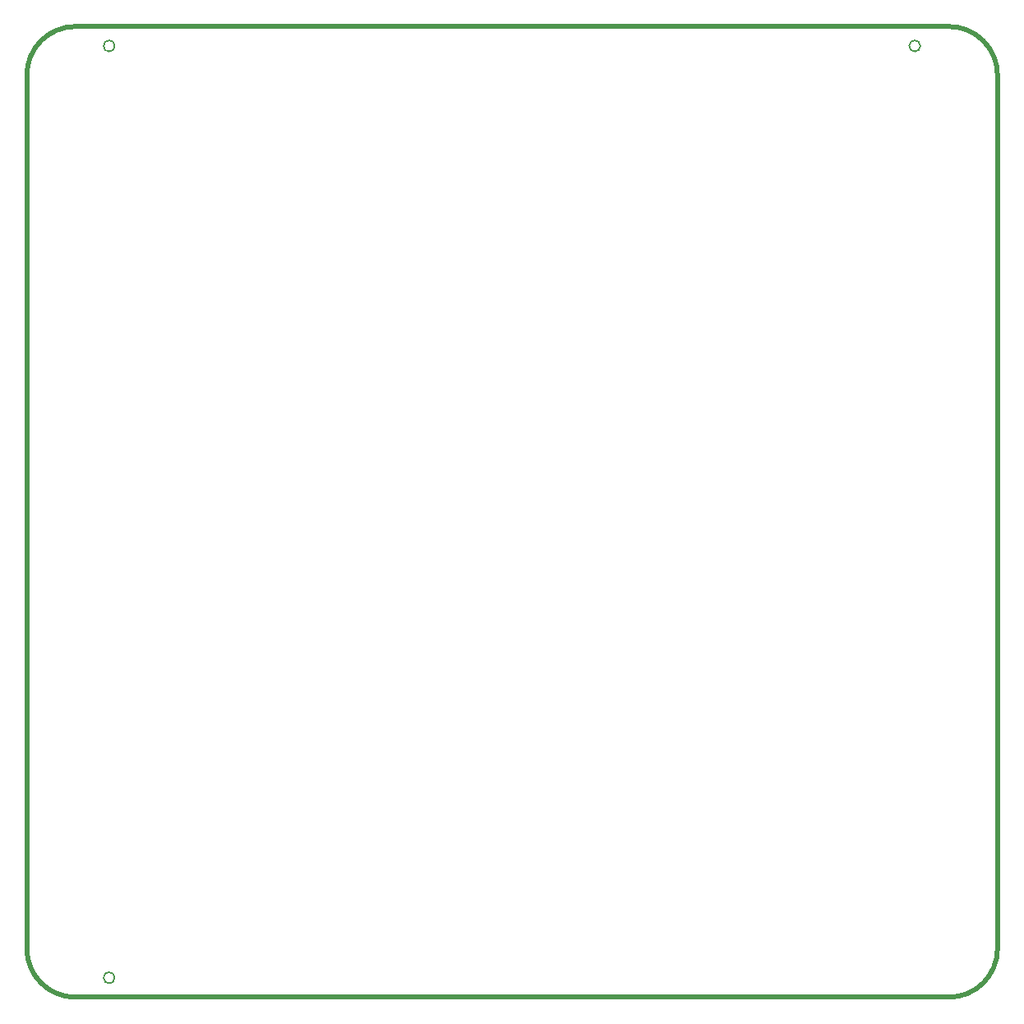
<source format=gm1>
G04 #@! TF.GenerationSoftware,KiCad,Pcbnew,6.0.2+dfsg-1*
G04 #@! TF.CreationDate,2023-02-17T06:09:52+01:00*
G04 #@! TF.ProjectId,procesor,70726f63-6573-46f7-922e-6b696361645f,rev?*
G04 #@! TF.SameCoordinates,Original*
G04 #@! TF.FileFunction,Profile,NP*
%FSLAX46Y46*%
G04 Gerber Fmt 4.6, Leading zero omitted, Abs format (unit mm)*
G04 Created by KiCad (PCBNEW 6.0.2+dfsg-1) date 2023-02-17 06:09:52*
%MOMM*%
%LPD*%
G01*
G04 APERTURE LIST*
G04 #@! TA.AperFunction,Profile*
%ADD10C,0.500000*%
G04 #@! TD*
G04 #@! TA.AperFunction,Profile*
%ADD11C,0.200000*%
G04 #@! TD*
G04 APERTURE END LIST*
D10*
X191307500Y-149307500D02*
G75*
G03*
X196307500Y-144307500I0J5000000D01*
G01*
X191307500Y-149307500D02*
X101307500Y-149307500D01*
X96307500Y-144307500D02*
X96307500Y-54307500D01*
X101307500Y-49307500D02*
G75*
G03*
X96307500Y-54307500I0J-5000000D01*
G01*
X101307500Y-49307500D02*
X191307500Y-49307500D01*
X196307500Y-54307500D02*
G75*
G03*
X191307500Y-49307500I-5000000J0D01*
G01*
X196307500Y-54307500D02*
X196307500Y-144307500D01*
X96307500Y-144307500D02*
G75*
G03*
X101307500Y-149307500I5000000J0D01*
G01*
D11*
X105363500Y-147307500D02*
G75*
G03*
X105363500Y-147307500I-576000J0D01*
G01*
X105363500Y-51307500D02*
G75*
G03*
X105363500Y-51307500I-576000J0D01*
G01*
X188363500Y-51307500D02*
G75*
G03*
X188363500Y-51307500I-576000J0D01*
G01*
M02*

</source>
